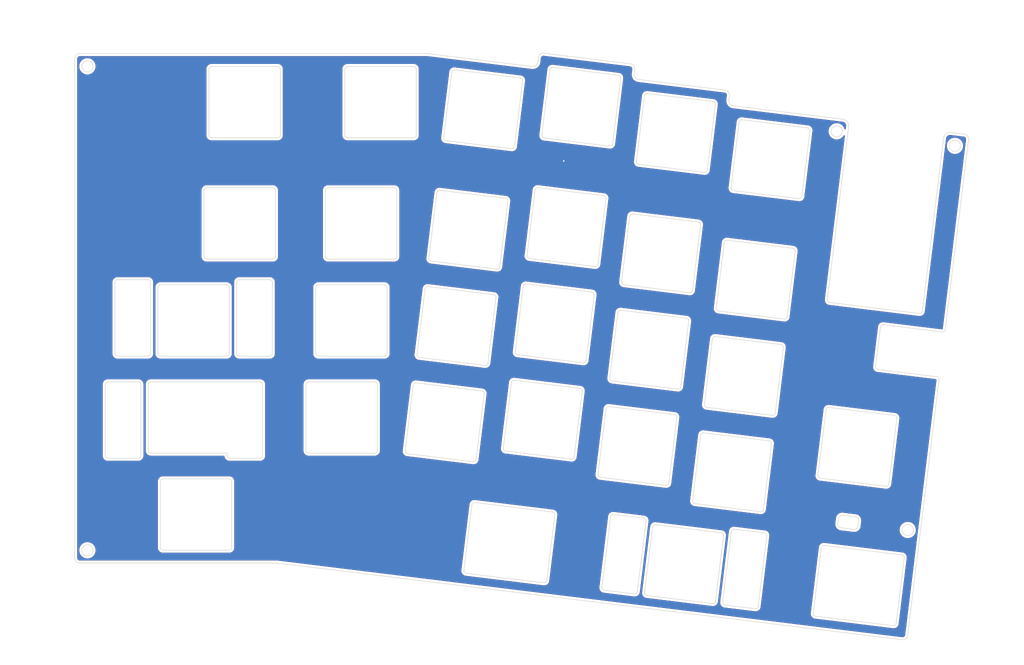
<source format=kicad_pcb>
(kicad_pcb (version 20240108) (generator "pcbnew") (generator_version "8.0")
  (layers (0 "F.Cu" signal) (31 "B.Cu" signal) (34 "B.Paste" user) (35 "F.Paste" user) (36 "B.SilkS" user "B.Silkscreen") (37 "F.SilkS" user "F.Silkscreen") (38 "B.Mask" user) (39 "F.Mask" user) (44 "Edge.Cuts" user))
  (net 0 "")
  (net 1 "GND")
  (gr_circle (center 227.211087 54.244798) (end 228.311088 54.244798) (stroke (width 0.1)) (fill none) (layer "Edge.Cuts"))
  (gr_arc (start 71.352988 95.53208) (mid 70.996926 95.383091) (end 70.852936 95.024979) (stroke (width 0.1)) (layer "Edge.Cuts"))
  (gr_arc (start 102.309186 95.53208) (mid 101.955633 95.385633) (end 101.809187 95.032079) (stroke (width 0.1)) (layer "Edge.Cuts"))
  (gr_line (start 103.714187 62.982079) (end 103.714187 75.982079) (stroke (width 0.1)) (layer "Edge.Cuts"))
  (gr_arc (start 165.159917 41.228139) (mid 164.493766 40.851249) (end 164.289229 40.113708) (stroke (width 0.1)) (layer "Edge.Cuts"))
  (gr_line (start 135.375489 124.564506) (end 135.374357 124.564368) (stroke (width 0.1)) (layer "Edge.Cuts"))
  (gr_line (start 164.289229 40.113708) (end 164.289222 40.113708) (stroke (width 0.1)) (layer "Edge.Cuts"))
  (gr_line (start 145.402949 62.458619) (end 158.303422 64.042598) (stroke (width 0.1)) (layer "Edge.Cuts"))
  (gr_line (start 215.113835 148.460282) (end 212.750433 148.170092) (stroke (width 0.1)) (layer "Edge.Cuts"))
  (gr_line (start 147.129637 139.609035) (end 148.714573 126.700758) (stroke (width 0.1)) (layer "Edge.Cuts"))
  (gr_arc (start 220.802367 86.725903) (mid 220.613923 87.058939) (end 220.245163 87.161219) (stroke (width 0.1)) (layer "Edge.Cuts"))
  (gr_arc (start 131.305852 138.169956) (mid 130.972778 137.981513) (end 130.87051 137.612744) (stroke (width 0.1)) (layer "Edge.Cuts"))
  (gr_line (start 127.339955 53.233531) (end 140.250359 54.818729) (stroke (width 0.1)) (layer "Edge.Cuts"))
  (gr_line (start 191.395151 107.161851) (end 191.39515 107.161869) (stroke (width 0.1)) (layer "Edge.Cuts"))
  (gr_arc (start 184.864636 49.574247) (mid 185.053079 49.241183) (end 185.421845 49.138912) (stroke (width 0.1)) (layer "Edge.Cuts"))
  (gr_arc (start 92.790787 80.53208) (mid 93.141938 80.676059) (end 93.290938 81.025109) (stroke (width 0.1)) (layer "Edge.Cuts"))
  (gr_line (start 86.290937 81.032079) (end 86.290938 95.03898) (stroke (width 0.1)) (layer "Edge.Cuts"))
  (gr_circle (center 217.950538 129.665898) (end 219.050539 129.665899) (stroke (width 0.1)) (fill none) (layer "Edge.Cuts"))
  (gr_line (start 60.509937 115.082079) (end 60.509937 101.082079) (stroke (width 0.1)) (layer "Edge.Cuts"))
  (gr_arc (start 157.610653 119.327757) (mid 157.275898 119.13715) (end 157.176006 118.76511) (stroke (width 0.1)) (layer "Edge.Cuts"))
  (gr_arc (start 144.843098 62.893641) (mid 145.03259 62.559747) (end 145.402949 62.458619) (stroke (width 0.1)) (layer "Edge.Cuts"))
  (gr_line (start 69.447937 100.58208) (end 90.885888 100.58208) (stroke (width 0.1)) (layer "Edge.Cuts"))
  (gr_arc (start 121.524187 52.16958) (mid 121.37774 52.523133) (end 121.024186 52.66958) (stroke (width 0.1)) (layer "Edge.Cuts"))
  (gr_line (start 166.304872 44.416453) (end 164.719573 57.327687) (stroke (width 0.1)) (layer "Edge.Cuts"))
  (gr_arc (start 216.820128 134.564652) (mid 217.155953 134.756673) (end 217.254347 135.130789) (stroke (width 0.1)) (layer "Edge.Cuts"))
  (gr_arc (start 189.630758 125.634439) (mid 189.445752 125.964873) (end 189.082218 126.070938) (stroke (width 0.1)) (layer "Edge.Cuts"))
  (gr_arc (start 68.914888 80.53208) (mid 69.265973 80.676094) (end 69.414938 81.025108) (stroke (width 0.1)) (layer "Edge.Cuts"))
  (gr_line (start 148.302324 38.823288) (end 161.205424 40.407591) (stroke (width 0.1)) (layer "Edge.Cuts"))
  (gr_line (start 94.354187 38.669579) (end 81.354187 38.669579) (stroke (width 0.1)) (layer "Edge.Cuts"))
  (gr_line (start 214.234623 120.645734) (end 215.818915 107.742708) (stroke (width 0.1)) (layer "Edge.Cuts"))
  (gr_arc (start 67.009888 100.582079) (mid 67.365974 100.731093) (end 67.509937 101.08925) (stroke (width 0.1)) (layer "Edge.Cuts"))
  (gr_line (start 113.404188 114.58208) (end 100.404188 114.582079) (stroke (width 0.1)) (layer "Edge.Cuts"))
  (gr_arc (start 223.659584 99.577359) (mid 223.990194 99.762277) (end 224.09637 100.125895) (stroke (width 0.1)) (layer "Edge.Cuts"))
  (gr_arc (start 175.714205 82.660708) (mid 175.525762 82.993759) (end 175.156996 83.096054) (stroke (width 0.1)) (layer "Edge.Cuts"))
  (gr_line (start 86.791088 95.532079) (end 92.790938 95.53208) (stroke (width 0.1)) (layer "Edge.Cuts"))
  (gr_line (start 215.383611 107.185503) (end 202.480477 105.601197) (stroke (width 0.1)) (layer "Edge.Cuts"))
  (gr_line (start 71.352936 81.53208) (end 84.352888 81.532079) (stroke (width 0.1)) (layer "Edge.Cuts"))
  (gr_line (start 91.385937 101.089251) (end 91.385938 115.082079) (stroke (width 0.1)) (layer "Edge.Cuts"))
  (gr_line (start 115.309186 95.532079) (end 102.309186 95.53208) (stroke (width 0.1)) (layer "Edge.Cuts"))
  (gr_arc (start 142.521487 81.801642) (mid 142.708054 81.470034) (end 143.073963 81.365718) (stroke (width 0.1)) (layer "Edge.Cuts"))
  (gr_line (start 184.864636 49.574247) (end 183.279702 62.482505) (stroke (width 0.1)) (layer "Edge.Cuts"))
  (gr_line (start 143.258797 75.796732) (end 144.843098 62.893641) (stroke (width 0.1)) (layer "Edge.Cuts"))
  (gr_arc (start 119.794654 114.684537) (mid 119.461594 114.4961) (end 119.359328 114.127346) (stroke (width 0.1)) (layer "Edge.Cuts"))
  (gr_arc (start 217.930538 150.34255) (mid 217.553651 151.008695) (end 216.816117 151.213231) (stroke (width 0.1)) (layer "Edge.Cuts"))
  (gr_arc (start 201.923268 106.036551) (mid 202.111711 105.703499) (end 202.480477 105.601197) (stroke (width 0.1)) (layer "Edge.Cuts"))
  (gr_arc (start 122.116254 95.77653) (mid 121.783199 95.588096) (end 121.680937 95.219347) (stroke (width 0.1)) (layer "Edge.Cuts"))
  (gr_line (start 164.895709 141.790507) (end 166.601876 127.894871) (stroke (width 0.1)) (layer "Edge.Cuts"))
  (gr_arc (start 94.132186 136.157079) (mid 94.19326 136.158945) (end 94.254105 136.164538) (stroke (width 0.1)) (layer "Edge.Cuts"))
  (gr_line (start 175.156996 83.096054) (end 162.253864 81.511749) (stroke (width 0.1)) (layer "Edge.Cuts"))
  (gr_line (start 217.930538 150.34255) (end 224.09637 100.125895) (stroke (width 0.1)) (layer "Edge.Cuts"))
  (gr_line (start 90.885936 115.582079) (end 84.885987 115.582079) (stroke (width 0.1)) (layer "Edge.Cuts"))
  (gr_line (start 71.329187 133.132079) (end 71.329187 120.132079) (stroke (width 0.1)) (layer "Edge.Cuts"))
  (gr_arc (start 101.809187 82.032079) (mid 101.955634 81.678526) (end 102.309187 81.53208) (stroke (width 0.1)) (layer "Edge.Cuts"))
  (gr_line (start 55.516687 136.157079) (end 94.132186 136.157079) (stroke (width 0.1)) (layer "Edge.Cuts"))
  (gr_line (start 176.17045 124.485571) (end 189.082218 126.070938) (stroke (width 0.1)) (layer "Edge.Cuts"))
  (gr_line (start 84.385937 114.58208) (end 69.447987 114.58208) (stroke (width 0.1)) (layer "Edge.Cuts"))
  (gr_line (start 203.917003 132.980346) (end 214.456604 134.274446) (stroke (width 0.1)) (layer "Edge.Cuts"))
  (gr_line (start 117.714188 75.982079) (end 117.714187 62.982079) (stroke (width 0.1)) (layer "Edge.Cuts"))
  (gr_line (start 133.669318 138.460153) (end 144.208917 139.754254) (stroke (width 0.1)) (layer "Edge.Cuts"))
  (gr_arc (start 79.901687 62.98208) (mid 80.048133 62.628526) (end 80.401686 62.482079) (stroke (width 0.1)) (layer "Edge.Cuts"))
  (gr_line (start 145.915088 125.858607) (end 135.375489 124.564506) (stroke (width 0.1)) (layer "Edge.Cuts"))
  (gr_arc (start 183.715653 63.034557) (mid 183.384184 62.848156) (end 183.279702 62.482505) (stroke (width 0.1)) (layer "Edge.Cuts"))
  (gr_arc (start 84.852937 95.03208) (mid 84.706487 95.385614) (end 84.352937 95.532078) (stroke (width 0.1)) (layer "Edge.Cuts"))
  (gr_arc (start 199.847348 146.585793) (mid 199.512745 146.395402) (end 199.412596 146.02368) (stroke (width 0.1)) (layer "Edge.Cuts"))
  (gr_circle (center 204.011315 51.396224) (end 205.111316 51.396225) (stroke (width 0.1)) (fill none) (layer "Edge.Cuts"))
  (gr_arc (start 166.75835 142.522976) (mid 166.425263 142.334525) (end 166.322992 141.965742) (stroke (width 0.1)) (layer "Edge.Cuts"))
  (gr_line (start 157.176006 118.76511) (end 158.75964 105.867448) (stroke (width 0.1)) (layer "Edge.Cuts"))
  (gr_line (start 183.352087 129.951541) (end 181.645915 143.847183) (stroke (width 0.1)) (layer "Edge.Cuts"))
  (gr_line (start 204.353911 127.418669) (end 204.232058 128.411075) (stroke (width 0.1)) (layer "Edge.Cuts"))
  (gr_line (start 205.26042 49.030821) (end 183.719529 46.385933) (stroke (width 0.1)) (layer "Edge.Cuts"))
  (gr_arc (start 158.303422 64.042598) (mid 158.638094 64.233094) (end 158.73811 64.604969) (stroke (width 0.1)) (layer "Edge.Cuts"))
  (gr_line (start 205.189798 126.765603) (end 205.189804 126.765543) (stroke (width 0.1)) (layer "Edge.Cuts"))
  (gr_line (start 132.692502 116.268193) (end 119.794654 114.684537) (stroke (width 0.1)) (layer "Edge.Cuts"))
  (gr_arc (start 155.981822 82.950603) (mid 156.313202 83.136893) (end 156.417801 83.502374) (stroke (width 0.1)) (layer "Edge.Cuts"))
  (gr_line (start 123.830464 81.881872) (end 136.725524 83.465185) (stroke (width 0.1)) (layer "Edge.Cuts"))
  (gr_arc (start 176.17045 124.485571) (mid 175.838238 124.298234) (end 175.734757 123.931149) (stroke (width 0.1)) (layer "Edge.Cuts"))
  (gr_arc (start 91.385938 115.082079) (mid 91.239488 115.435616) (end 90.885936 115.582079) (stroke (width 0.1)) (layer "Edge.Cuts"))
  (gr_line (start 165.156026 57.876762) (end 178.067258 59.462062) (stroke (width 0.1)) (layer "Edge.Cuts"))
  (gr_line (start 144.210049 139.754392) (end 146.580834 140.045486) (stroke (width 0.1)) (layer "Edge.Cuts"))
  (gr_line (start 158.73811 64.604969) (end 157.154443 77.502911) (stroke (width 0.1)) (layer "Edge.Cuts"))
  (gr_arc (start 202.607646 84.995605) (mid 202.273068 84.80525) (end 202.172869 84.433581) (stroke (width 0.1)) (layer "Edge.Cuts"))
  (gr_arc (start 189.864533 130.247409) (mid 190.195254 130.432867) (end 190.300841 130.79703) (stroke (width 0.1)) (layer "Edge.Cuts"))
  (gr_line (start 181.36762 130.21163) (end 168.464497 128.627327) (stroke (width 0.1)) (layer "Edge.Cuts"))
  (gr_circle (center 57.016687 38.64458) (end 58.116688 38.644579) (stroke (width 0.1)) (fill none) (layer "Edge.Cuts"))
  (gr_line (start 224.738441 90.793142) (end 224.738437 90.793184) (stroke (width 0.1)) (layer "Edge.Cuts"))
  (gr_line (start 161.818557 80.954544) (end 163.402861 68.051438) (stroke (width 0.1)) (layer "Edge.Cuts"))
  (gr_arc (start 180.81365 86.669561) (mid 180.479272 86.47944) (end 180.378841 86.108135) (stroke (width 0.1)) (layer "Edge.Cuts"))
  (gr_arc (start 208.202227 128.898673) (mid 207.922497 129.395911) (end 207.373892 129.55249) (stroke (width 0.1)) (layer "Edge.Cuts"))
  (gr_arc (start 158.383242 141.494641) (mid 158.052684 141.309383) (end 157.946889 140.945528) (stroke (width 0.1)) (layer "Edge.Cuts"))
  (gr_line (start 93.401687 76.482079) (end 80.401687 76.482079) (stroke (width 0.1)) (layer "Edge.Cuts"))
  (gr_arc (start 161.081252 86.959437) (mid 161.273163 86.623694) (end 161.647114 86.525173) (stroke (width 0.1)) (layer "Edge.Cuts"))
  (gr_line (start 81.354188 52.669579) (end 94.354188 52.66958) (stroke (width 0.1)) (layer "Edge.Cuts"))
  (gr_arc (start 157.154443 77.502911) (mid 156.966001 77.835977) (end 156.597236 77.938242) (stroke (width 0.1)) (layer "Edge.Cuts"))
  (gr_line (start 94.254105 136.164538) (end 216.816114 151.213257) (stroke (width 0.1)) (layer "Edge.Cuts"))
  (gr_arc (start 117.214188 62.48208) (mid 117.56774 62.628527) (end 117.714187 62.982079) (stroke (width 0.1)) (layer "Edge.Cuts"))
  (gr_arc (start 153.660209 101.858607) (mid 153.993244 102.047051) (end 154.095523 102.415813) (stroke (width 0.1)) (layer "Edge.Cuts"))
  (gr_arc (start 200.996299 133.125456) (mid 201.184743 132.792416) (end 201.553503 132.690145) (stroke (width 0.1)) (layer "Edge.Cuts"))
  (gr_arc (start 152.51122 115.318921) (mid 152.325995 115.649442) (end 151.962197 115.755256) (stroke (width 0.1)) (layer "Edge.Cuts"))
  (gr_arc (start 147.129637 139.609035) (mid 146.944527 139.939545) (end 146.580834 140.045486) (stroke (width 0.1)) (layer "Edge.Cuts"))
  (gr_arc (start 81.354188 52.669579) (mid 81.000634 52.523133) (end 80.854187 52.169579) (stroke (width 0.1)) (layer "Edge.Cuts"))
  (gr_arc (start 140.199875 100.709653) (mid 140.388318 100.376603) (end 140.757085 100.274302) (stroke (width 0.1)) (layer "Edge.Cuts"))
  (gr_arc (start 141.372628 95.261958) (mid 141.042206 95.076971) (end 140.936117 94.713464) (stroke (width 0.1)) (layer "Edge.Cuts"))
  (gr_line (start 159.654058 127.041751) (end 157.946889 140.945528) (stroke (width 0.1)) (layer "Edge.Cuts"))
  (gr_line (start 159.316847 105.432114) (end 172.219933 107.016415) (stroke (width 0.1)) (layer "Edge.Cuts"))
  (gr_line (start 211.64679 97.596519) (end 212.603231 89.806934) (stroke (width 0.1)) (layer "Edge.Cuts"))
  (gr_line (start 102.309187 81.53208) (end 115.309187 81.532079) (stroke (width 0.1)) (layer "Edge.Cuts"))
  (gr_arc (start 207.671097 127.070208) (mid 208.170704 127.352904) (end 208.324072 127.90609) (stroke (width 0.1)) (layer "Edge.Cuts"))
  (gr_arc (start 103.714187 62.982079) (mid 103.860634 62.628525) (end 104.214188 62.482079) (stroke (width 0.1)) (layer "Edge.Cuts"))
  (gr_arc (start 191.95236 106.726515) (mid 191.763917 107.059585) (end 191.395151 107.161851) (stroke (width 0.1)) (layer "Edge.Cuts"))
  (gr_line (start 215.113839 148.460248) (end 215.113835 148.460282) (stroke (width 0.1)) (layer "Edge.Cuts"))
  (gr_line (start 217.254347 135.130789) (end 215.671158 148.024827) (stroke (width 0.1)) (layer "Edge.Cuts"))
  (gr_arc (start 127.339955 53.233531) (mid 127.006865 53.045053) (end 126.904626 52.676234) (stroke (width 0.1)) (layer "Edge.Cuts"))
  (gr_arc (start 145.485717 36.941007) (mid 145.860316 36.276647) (end 146.594371 36.069617) (stroke (width 0.1)) (layer "Edge.Cuts"))
  (gr_line (start 140.800197 54.382607) (end 142.385358 41.472493) (stroke (width 0.1)) (layer "Edge.Cuts"))
  (gr_line (start 161.647114 86.525173) (end 174.541533 88.108408) (stroke (width 0.1)) (layer "Edge.Cuts"))
  (gr_line (start 67.009937 115.58208) (end 61.009937 115.58208) (stroke (width 0.1)) (layer "Edge.Cuts"))
  (gr_arc (start 55.516687 136.157079) (mid 54.809581 135.864185) (end 54.516688 135.157079) (stroke (width 0.1)) (layer "Edge.Cuts"))
  (gr_line (start 166.75835 142.522976) (end 179.669291 144.108239) (stroke (width 0.1)) (layer "Edge.Cuts"))
  (gr_arc (start 84.885987 115.582079) (mid 84.529926 115.433091) (end 84.385938 115.07498) (stroke (width 0.1)) (layer "Edge.Cuts"))
  (gr_arc (start 86.791088 95.532079) (mid 86.439912 95.388076) (end 86.290938 95.03898) (stroke (width 0.1)) (layer "Edge.Cuts"))
  (gr_arc (start 60.509937 101.082079) (mid 60.656383 100.728525) (end 61.009937 100.582078) (stroke (width 0.1)) (layer "Edge.Cuts"))
  (gr_line (start 115.809187 82.03208) (end 115.809187 95.03208) (stroke (width 0.1)) (layer "Edge.Cuts"))
  (gr_line (start 139.482494 65.114418) (end 137.898182 78.017604) (stroke (width 0.1)) (layer "Edge.Cuts"))
  (gr_arc (start 62.414938 81.03205) (mid 62.561376 80.678518) (end 62.914908 80.532079) (stroke (width 0.1)) (layer "Edge.Cuts"))
  (gr_arc (start 148.278622 126.148812) (mid 148.610054 126.335172) (end 148.714573 126.700758) (stroke (width 0.1)) (layer "Edge.Cuts"))
  (gr_arc (start 139.047125 64.557182) (mid 139.380212 64.745634) (end 139.482485 65.114417) (stroke (width 0.1)) (layer "Edge.Cuts"))
  (gr_line (start 188.593732 144.70031) (end 190.300841 130.79703) (stroke (width 0.1)) (layer "Edge.Cuts"))
  (gr_line (start 202.172869 84.433581) (end 206.348745 50.423813) (stroke (width 0.1)) (layer "Edge.Cuts"))
  (gr_arc (start 107.524186 39.16958) (mid 107.670633 38.816025) (end 108.024188 38.66958) (stroke (width 0.1)) (layer "Edge.Cuts"))
  (gr_arc (start 183.719529 46.385933) (mid 183.050864 46.005714) (end 182.850004 45.263206) (stroke (width 0.1)) (layer "Edge.Cuts"))
  (gr_line (start 189.630758 125.634439) (end 191.215047 112.731435) (stroke (width 0.1)) (layer "Edge.Cuts"))
  (gr_arc (start 121.024188 38.669579) (mid 121.377741 38.816026) (end 121.524187 39.16958) (stroke (width 0.1)) (layer "Edge.Cuts"))
  (gr_arc (start 166.166514 127.337658) (mid 166.499567 127.526102) (end 166.601876 127.894871) (stroke (width 0.1)) (layer "Edge.Cuts"))
  (gr_arc (start 135.576585 96.925503) (mid 135.388142 97.258549) (end 135.019377 97.360834) (stroke (width 0.1)) (layer "Edge.Cuts"))
  (gr_line (start 207.671097 127.070208) (end 205.189804 126.765543) (stroke (width 0.1)) (layer "Edge.Cuts"))
  (gr_arc (start 215.671158 148.024827) (mid 215.4827 148.357984) (end 215.113839 148.460248) (stroke (width 0.1)) (layer "Edge.Cuts"))
  (gr_arc (start 145.381212 37.792145) (mid 145.002249 38.459899) (end 144.26157 38.662144) (stroke (width 0.1)) (layer "Edge.Cuts"))
  (gr_arc (start 166.304872 44.416453) (mid 166.493316 44.083402) (end 166.862083 43.981101) (stroke (width 0.1)) (layer "Edge.Cuts"))
  (gr_line (start 204.232063 128.411077) (end 204.232058 128.411075) (stroke (width 0.1)) (layer "Edge.Cuts"))
  (gr_arc (start 85.329187 133.13208) (mid 85.18274 133.485633) (end 84.829187 133.632079) (stroke (width 0.1)) (layer "Edge.Cuts"))
  (gr_arc (start 84.829187 119.632079) (mid 85.182741 119.778526) (end 85.329187 120.13208) (stroke (width 0.1)) (layer "Edge.Cuts"))
  (gr_line (start 117.214188 62.48208) (end 104.214188 62.482079) (stroke (width 0.1)) (layer "Edge.Cuts"))
  (gr_line (start 126.144135 62.972893) (end 139.047125 64.557182) (stroke (width 0.1)) (layer "Edge.Cuts"))
  (gr_line (start 124.00287 76.308723) (end 125.586837 63.408335) (stroke (width 0.1)) (layer "Edge.Cuts"))
  (gr_arc (start 125.586837 63.408335) (mid 125.775287 63.075193) (end 126.144132 62.97293) (stroke (width 0.1)) (layer "Edge.Cuts"))
  (gr_arc (start 158.75964 105.867448) (mid 158.948083 105.534386) (end 159.316847 105.432114) (stroke (width 0.1)) (layer "Edge.Cuts"))
  (gr_arc (start 197.175983 64.183515) (mid 196.989201 64.515293) (end 196.622962 64.619375) (stroke (width 0.1)) (layer "Edge.Cuts"))
  (gr_arc (start 194.273969 87.818515) (mid 194.085524 88.151593) (end 193.716751 88.253864) (stroke (width 0.1)) (layer "Edge.Cuts"))
  (gr_line (start 141.372628 95.261958) (end 154.275626 96.846246) (stroke (width 0.1)) (layer "Edge.Cuts"))
  (gr_arc (start 69.414937 95.032079) (mid 69.268487 95.385614) (end 68.914938 95.532078) (stroke (width 0.1)) (layer "Edge.Cuts"))
  (gr_line (start 179.76521 45.565405) (end 166.862083 43.981101) (stroke (width 0.1)) (layer "Edge.Cuts"))
  (gr_arc (start 123.26524 82.316235) (mid 123.456895 81.980685) (end 123.830464 81.881872) (stroke (width 0.1)) (layer "Edge.Cuts"))
  (gr_line (start 121.524187 52.16958) (end 121.524187 39.16958) (stroke (width 0.1)) (layer "Edge.Cuts"))
  (gr_line (start 161.640198 40.969361) (end 160.056455 53.867913) (stroke (width 0.1)) (layer "Edge.Cuts"))
  (gr_line (start 180.20219 91.68241) (end 193.101321 93.266223) (stroke (width 0.1)) (layer "Edge.Cuts"))
  (gr_arc (start 124.437856 76.868526) (mid 124.10399 76.67905) (end 124.00287 76.308723) (stroke (width 0.1)) (layer "Edge.Cuts"))
  (gr_arc (start 84.352888 81.532079) (mid 84.708973 81.681094) (end 84.852937 82.03925) (stroke (width 0.1)) (layer "Edge.Cuts"))
  (gr_line (start 152.51122 115.318921) (end 154.095523 102.415813) (stroke (width 0.1)) (layer "Edge.Cuts"))
  (gr_line (start 113.904187 101.08208) (end 113.904187 114.08208) (stroke (width 0.1)) (layer "Edge.Cuts"))
  (gr_arc (start 140.800197 54.382607) (mid 140.614643 54.713342) (end 140.250359 54.818729) (stroke (width 0.1)) (layer "Edge.Cuts"))
  (gr_arc (start 141.94931 40.922197) (mid 142.280181 41.107933) (end 142.385358 41.472493) (stroke (width 0.1)) (layer "Edge.Cuts"))
  (gr_arc (start 183.352087 129.951541) (mid 183.538573 129.619996) (end 183.904359 129.515594) (stroke (width 0.1)) (layer "Edge.Cuts"))
  (gr_arc (start 182.08286 43.306015) (mid 182.745986 43.679051) (end 182.954676 44.41071) (stroke (width 0.1)) (layer "Edge.Cuts"))
  (gr_arc (start 178.492051 105.577569) (mid 178.157741 105.387542) (end 178.057201 105.016375) (stroke (width 0.1)) (layer "Edge.Cuts"))
  (gr_arc (start 100.404188 114.582079) (mid 100.050635 114.435633) (end 99.904188 114.08208) (stroke (width 0.1)) (layer "Edge.Cuts"))
  (gr_arc (start 137.898182 78.017604) (mid 137.707514 78.352339) (end 137.335451 78.452152) (stroke (width 0.1)) (layer "Edge.Cuts"))
  (gr_arc (start 159.932265 100.419751) (mid 159.59923 100.231308) (end 159.496948 99.862547) (stroke (width 0.1)) (layer "Edge.Cuts"))
  (gr_line (start 137.160885 84.022417) (end 135.576585 96.925503) (stroke (width 0.1)) (layer "Edge.Cuts"))
  (gr_arc (start 94.354187 38.669579) (mid 94.70774 38.816025) (end 94.854187 39.169578) (stroke (width 0.1)) (layer "Edge.Cuts"))
  (gr_arc (start 117.714188 75.982079) (mid 117.567741 76.335633) (end 117.214187 76.482079) (stroke (width 0.1)) (layer "Edge.Cuts"))
  (gr_arc (start 171.070985 120.476716) (mid 170.880907 120.81107) (end 170.509659 120.911557) (stroke (width 0.1)) (layer "Edge.Cuts"))
  (gr_arc (start 179.641015 92.117244) (mid 179.831036 91.782946) (end 180.20219 91.68241) (stroke (width 0.1)) (layer "Edge.Cuts"))
  (gr_line (start 84.829187 133.632079) (end 71.829187 133.63208) (stroke (width 0.1)) (layer "Edge.Cuts"))
  (gr_line (start 146.160811 52.161725) (end 147.745111 39.258644) (stroke (width 0.1)) (layer "Edge.Cuts"))
  (gr_arc (start 164.895709 141.790507) (mid 164.707266 142.12356) (end 164.3385 142.225855) (stroke (width 0.1)) (layer "Edge.Cuts"))
  (gr_line (start 208.324072 127.90609) (end 208.324101 127.906095) (stroke (width 0.1)) (layer "Edge.Cuts"))
  (gr_arc (start 80.401687 76.482079) (mid 80.048134 76.335633) (end 79.901687 75.98208) (stroke (width 0.1)) (layer "Edge.Cuts"))
  (gr_line (start 70.852936 95.024979) (end 70.852937 82.032079) (stroke (width 0.1)) (layer "Edge.Cuts"))
  (gr_line (start 93.901687 62.982079) (end 93.901687 75.982079) (stroke (width 0.1)) (layer "Edge.Cuts"))
  (gr_line (start 191.39515 107.161869) (end 178.492051 105.577569) (stroke (width 0.1)) (layer "Edge.Cuts"))
  (gr_line (start 204.885083 129.246903) (end 207.373892 129.55249) (stroke (width 0.1)) (layer "Edge.Cuts"))
  (gr_line (start 200.774427 119.496859) (end 213.685417 121.08213) (stroke (width 0.1)) (layer "Edge.Cuts"))
  (gr_arc (start 123.696487 36.144579) (mid 123.757561 36.146445) (end 123.818406 36.152038) (stroke (width 0.1)) (layer "Edge.Cuts"))
  (gr_arc (start 204.353911 127.418669) (mid 204.636578 126.918998) (end 205.189798 126.765603) (stroke (width 0.1)) (layer "Edge.Cuts"))
  (gr_line (start 224.978822 52.711421) (end 220.802367 86.725903) (stroke (width 0.1)) (layer "Edge.Cuts"))
  (gr_line (start 159.496948 99.862547) (end 161.081252 86.959437) (stroke (width 0.1)) (layer "Edge.Cuts"))
  (gr_line (start 62.414938 81.03205) (end 62.414938 95.038979) (stroke (width 0.1)) (layer "Edge.Cuts"))
  (gr_line (start 155.981822 82.950603) (end 143.073963 81.365718) (stroke (width 0.1)) (layer "Edge.Cuts"))
  (gr_line (start 142.521487 81.801642) (end 140.936117 94.713464) (stroke (width 0.1)) (layer "Edge.Cuts"))
  (gr_arc (start 178.616228 59.025634) (mid 178.431052 59.356194) (end 178.067258 59.462062) (stroke (width 0.1)) (layer "Edge.Cuts"))
  (gr_arc (start 93.901687 75.982079) (mid 93.755241 76.335633) (end 93.401687 76.482079) (stroke (width 0.1)) (layer "Edge.Cuts"))
  (gr_line (start 180.218635 143.671923) (end 181.802938 130.768811) (stroke (width 0.1)) (layer "Edge.Cuts"))
  (gr_line (start 163.967809 67.617056) (end 176.863134 69.200404) (stroke (width 0.1)) (layer "Edge.Cuts"))
  (gr_line (start 135.019377 97.360834) (end 122.116254 95.77653) (stroke (width 0.1)) (layer "Edge.Cuts"))
  (gr_line (start 67.509937 101.08925) (end 67.509937 115.08208) (stroke (width 0.1)) (layer "Edge.Cuts"))
  (gr_arc (start 71.329187 120.132079) (mid 71.475634 119.778526) (end 71.829187 119.632079) (stroke (width 0.1)) (layer "Edge.Cuts"))
  (gr_line (start 214.456604 134.274446) (end 214.457372 134.274542) (stroke (width 0.1)) (layer "Edge.Cuts"))
  (gr_arc (start 68.947937 101.08208) (mid 69.094386 100.728544) (end 69.447937 100.58208) (stroke (width 0.1)) (layer "Edge.Cuts"))
  (gr_line (start 84.352937 95.532078) (end 71.352988 95.53208) (stroke (width 0.1)) (layer "Edge.Cuts"))
  (gr_line (start 193.716751 88.253864) (end 180.81365 86.669561) (stroke (width 0.1)) (layer "Edge.Cuts"))
  (gr_arc (start 134.403924 102.373193) (mid 134.737004 102.561641) (end 134.839275 102.930416) (stroke (width 0.1)) (layer "Edge.Cuts"))
  (gr_arc (start 225.29574 90.35781) (mid 225.107262 90.690903) (end 224.738441 90.793142) (stroke (width 0.1)) (layer "Edge.Cuts"))
  (gr_line (start 229.004556 51.946234) (end 226.359469 51.621458) (stroke (width 0.1)) (layer "Edge.Cuts"))
  (gr_line (start 92.790787 80.53208) (end 86.790938 80.532079) (stroke (width 0.1)) (layer "Edge.Cuts"))
  (gr_line (start 202.210065 146.875897) (end 199.847348 146.585793) (stroke (width 0.1)) (layer "Edge.Cuts"))
  (gr_line (start 108.024187 52.669579) (end 121.024186 52.66958) (stroke (width 0.1)) (layer "Edge.Cuts"))
  (gr_arc (start 212.603231 89.806934) (mid 212.795082 89.47123) (end 213.168946 89.372627) (stroke (width 0.1)) (layer "Edge.Cuts"))
  (gr_arc (start 54.516688 37.14458) (mid 54.809581 36.437474) (end 55.516688 36.144579) (stroke (width 0.1)) (layer "Edge.Cuts"))
  (gr_arc (start 69.447987 114.58208) (mid 69.091926 114.433091) (end 68.947938 114.074979) (stroke (width 0.1)) (layer "Edge.Cuts"))
  (gr_line (start 126.144132 62.97293) (end 126.144135 62.972893) (stroke (width 0.1)) (layer "Edge.Cuts"))
  (gr_arc (start 70.852937 82.032079) (mid 70.999387 81.678544) (end 71.352936 81.53208) (stroke (width 0.1)) (layer "Edge.Cuts"))
  (gr_line (start 121.024188 38.669579) (end 108.024188 38.66958) (stroke (width 0.1)) (layer "Edge.Cuts"))
  (gr_arc (start 154.832833 96.41091) (mid 154.64439 96.743971) (end 154.275626 96.846246) (stroke (width 0.1)) (layer "Edge.Cuts"))
  (gr_line (start 84.385938 115.07498) (end 84.385937 114.58208) (stroke (width 0.1)) (layer "Edge.Cuts"))
  (gr_arc (start 205.26042 49.030821) (mid 206.093081 49.501917) (end 206.348745 50.423813) (stroke (width 0.1)) (layer "Edge.Cuts"))
  (gr_line (start 62.914987 95.532078) (end 68.914938 95.532078) (stroke (width 0.1)) (layer "Edge.Cuts"))
  (gr_line (start 69.414937 95.032079) (end 69.414938 81.025108) (stroke (width 0.1)) (layer "Edge.Cuts"))
  (gr_line (start 101.809187 95.032079) (end 101.809187 82.032079) (stroke (width 0.1)) (layer "Edge.Cuts"))
  (gr_line (start 201.553503 132.690145) (end 203.917003 132.980346) (stroke (width 0.1)) (layer "Edge.Cuts"))
  (gr_arc (start 190.77972 112.174226) (mid 191.112785 112.36267) (end 191.215047 112.731435) (stroke (width 0.1)) (layer "Edge.Cuts"))
  (gr_arc (start 108.024187 52.669579) (mid 107.670635 52.523132) (end 107.524188 52.16958) (stroke (width 0.1)) (layer "Edge.Cuts"))
  (gr_line (start 208.202227 128.898673) (end 208.324101 127.906095) (stroke (width 0.1)) (layer "Edge.Cuts"))
  (gr_line (start 145.485717 36.941007) (end 145.381212 37.792145) (stroke (width 0.1)) (layer "Edge.Cuts"))
  (gr_line (start 135.374357 124.564368) (end 133.011988 124.274306) (stroke (width 0.1)) (layer "Edge.Cuts"))
  (gr_line (start 126.904626 52.676234) (end 126.904575 52.676227) (stroke (width 0.1)) (layer "Edge.Cuts"))
  (gr_arc (start 93.290938 95.032079) (mid 93.144489 95.385616) (end 92.790938 95.53208) (stroke (width 0.1)) (layer "Edge.Cuts"))
  (gr_line (start 100.404188 100.58208) (end 113.404188 100.582079) (stroke (width 0.1)) (layer "Edge.Cuts"))
  (gr_arc (start 182.081261 144.404393) (mid 181.74821 144.21595) (end 181.645915 143.847183) (stroke (width 0.1)) (layer "Edge.Cuts"))
  (gr_line (start 99.904188 114.08208) (end 99.904187 101.08208) (stroke (width 0.1)) (layer "Edge.Cuts"))
  (gr_arc (start 179.76521 45.565405) (mid 180.098245 45.75385) (end 180.20052 46.122611) (stroke (width 0.1)) (layer "Edge.Cuts"))
  (gr_arc (start 174.541533 88.108408) (mid 174.877302 88.300333) (end 174.975829 88.674312) (stroke (width 0.1)) (layer "Edge.Cuts"))
  (gr_arc (start 224.978822 52.711421) (mid 225.445018 51.882532) (end 226.359469 51.621458) (stroke (width 0.1)) (layer "Edge.Cuts"))
  (gr_line (start 156.597236 77.938242) (end 143.694155 76.353942) (stroke (width 0.1)) (layer "Edge.Cuts"))
  (gr_arc (start 214.234623 120.645734) (mid 214.049354 120.976366) (end 213.685417 121.08213) (stroke (width 0.1)) (layer "Edge.Cuts"))
  (gr_line (start 178.616228 59.025634) (end 180.20052 46.122611) (stroke (width 0.1)) (layer "Edge.Cuts"))
  (gr_line (start 68.947938 114.074979) (end 68.947937 101.08208) (stroke (width 0.1)) (layer "Edge.Cuts"))
  (gr_line (start 164.289222 40.113708) (end 164.393722 39.262611) (stroke (width 0.1)) (layer "Edge.Cuts"))
  (gr_line (start 214.457372 134.274542) (end 216.820128 134.564652) (stroke (width 0.1)) (layer "Edge.Cuts"))
  (gr_arc (start 160.056455 53.867913) (mid 159.866768 54.201952) (end 159.496116 54.302853) (stroke (width 0.1)) (layer "Edge.Cuts"))
  (gr_line (start 167.907291 129.062654) (end 166.322992 141.965742) (stroke (width 0.1)) (layer "Edge.Cuts"))
  (gr_line (start 174.975829 88.674312) (end 173.392597 101.568706) (stroke (width 0.1)) (layer "Edge.Cuts"))
  (gr_line (start 119.359328 114.127346) (end 120.943631 101.224234) (stroke (width 0.1)) (layer "Edge.Cuts"))
  (gr_arc (start 146.596154 52.718936) (mid 146.263088 52.530492) (end 146.160811 52.161725) (stroke (width 0.1)) (layer "Edge.Cuts"))
  (gr_arc (start 115.309187 81.532079) (mid 115.662741 81.678526) (end 115.809187 82.03208) (stroke (width 0.1)) (layer "Edge.Cuts"))
  (gr_line (start 201.923268 106.036551) (end 200.338028 118.947293) (stroke (width 0.1)) (layer "Edge.Cuts"))
  (gr_line (start 93.290938 95.032079) (end 93.290938 81.025109) (stroke (width 0.1)) (layer "Edge.Cuts"))
  (gr_line (start 107.524186 39.16958) (end 107.524188 52.16958) (stroke (width 0.1)) (layer "Edge.Cuts"))
  (gr_arc (start 80.854187 39.169579) (mid 81.000634 38.816026) (end 81.354187 38.669579) (stroke (width 0.1)) (layer "Edge.Cuts"))
  (gr_arc (start 159.654058 127.041751) (mid 159.842501 126.708697) (end 160.211261 126.606446) (stroke (width 0.1)) (layer "Edge.Cuts"))
  (gr_line (start 71.829187 119.632079) (end 84.829187 119.632079) (stroke (width 0.1)) (layer "Edge.Cuts"))
  (gr_arc (start 71.829187 133.63208) (mid 71.475632 133.485633) (end 71.329187 133.132079) (stroke (width 0.1)) (layer "Edge.Cuts"))
  (gr_line (start 123.696487 36.144579) (end 55.516688 36.144579) (stroke (width 0.1)) (layer "Edge.Cuts"))
  (gr_arc (start 86.290937 81.032079) (mid 86.437387 80.678543) (end 86.790938 80.532079) (stroke (width 0.1)) (layer "Edge.Cuts"))
  (gr_line (start 80.401686 62.482079) (end 93.401686 62.48208) (stroke (width 0.1)) (layer "Edge.Cuts"))
  (gr_arc (start 67.509937 115.08208) (mid 67.363487 115.435615) (end 67.009937 115.58208) (stroke (width 0.1)) (layer "Edge.Cuts"))
  (gr_arc (start 143.694155 76.353942) (mid 143.361087 76.1655) (end 143.258797 75.796732) (stroke (width 0.1)) (layer "Edge.Cuts"))
  (gr_line (start 199.412596 146.02368) (end 200.996299 133.125456) (stroke (width 0.1)) (layer "Edge.Cuts"))
  (gr_arc (start 181.962624 73.209247) (mid 182.151063 72.876182) (end 182.519822 72.773915) (stroke (width 0.1)) (layer "Edge.Cuts"))
  (gr_line (start 139.482485 65.114417) (end 139.482494 65.114418) (stroke (width 0.1)) (layer "Edge.Cuts"))
  (gr_line (start 121.509854 100.789999) (end 134.403924 102.373193) (stroke (width 0.1)) (layer "Edge.Cuts"))
  (gr_arc (start 139.050941 114.169952) (mid 138.720449 113.984783) (end 138.614554 113.621063) (stroke (width 0.1)) (layer "Edge.Cuts"))
  (gr_arc (start 172.219933 107.016415) (mid 172.555783 107.20845) (end 172.654183 107.582593) (stroke (width 0.1)) (layer "Edge.Cuts"))
  (gr_line (start 128.488862 39.773238) (end 126.904575 52.676227) (stroke (width 0.1)) (layer "Edge.Cuts"))
  (gr_arc (start 99.904187 101.08208) (mid 100.050634 100.728526) (end 100.404188 100.58208) (stroke (width 0.1)) (layer "Edge.Cuts"))
  (gr_line (start 140.199875 100.709653) (end 138.614554 113.621063) (stroke (width 0.1)) (layer "Edge.Cuts"))
  (gr_arc (start 165.156026 57.876762) (mid 164.825421 57.691546) (end 164.719573 57.327687) (stroke (width 0.1)) (layer "Edge.Cuts"))
  (gr_arc (start 132.454779 124.709652) (mid 132.643222 124.376605) (end 133.011988 124.274306) (stroke (width 0.1)) (layer "Edge.Cuts"))
  (gr_line (start 154.832833 96.41091) (end 156.417801 83.502374) (stroke (width 0.1)) (layer "Edge.Cuts"))
  (gr_line (start 148.302323 38.823303) (end 148.302324 38.823288) (stroke (width 0.1)) (layer "Edge.Cuts"))
  (gr_line (start 153.660209 101.858607) (end 140.757085 100.274302) (stroke (width 0.1)) (layer "Edge.Cuts"))
  (gr_line (start 223.659584 99.577359) (end 212.081404 98.161975) (stroke (width 0.1)) (layer "Edge.Cuts"))
  (gr_line (start 198.324921 50.723212) (end 185.421845 49.138912) (stroke (width 0.1)) (layer "Edge.Cuts"))
  (gr_arc (start 181.36762 130.21163) (mid 181.700673 130.400064) (end 181.802938 130.768811) (stroke (width 0.1)) (layer "Edge.Cuts"))
  (gr_arc (start 128.488862 39.773238) (mid 128.675171 39.441825) (end 129.040688 39.337217) (stroke (width 0.1)) (layer "Edge.Cuts"))
  (gr_arc (start 61.009937 115.58208) (mid 60.656383 115.435633) (end 60.509937 115.082079) (stroke (width 0.1)) (layer "Edge.Cuts"))
  (gr_line (start 225.29574 90.35781) (end 229.875258 53.060652) (stroke (width 0.1)) (layer "Edge.Cuts"))
  (gr_arc (start 212.081404 98.161975) (mid 211.745604 97.970314) (end 211.64679 97.596519) (stroke (width 0.1)) (layer "Edge.Cuts"))
  (gr_line (start 166.166514 127.337658) (end 160.211261 126.606446) (stroke (width 0.1)) (layer "Edge.Cuts"))
  (gr_line (start 80.854187 39.169579) (end 80.854187 52.169579) (stroke (width 0.1)) (layer "Edge.Cuts"))
  (gr_arc (start 147.745111 39.258644) (mid 147.933555 38.925571) (end 148.302323 38.823303) (stroke (width 0.1)) (layer "Edge.Cuts"))
  (gr_line (start 79.901687 75.98208) (end 79.901687 62.98208) (stroke (width 0.1)) (layer "Edge.Cuts"))
  (gr_line (start 104.214187 76.482079) (end 117.214187 76.482079) (stroke (width 0.1)) (layer "Edge.Cuts"))
  (gr_arc (start 176.863134 69.200404) (mid 177.198798 69.392191) (end 177.297482 69.765963) (stroke (width 0.1)) (layer "Edge.Cuts"))
  (gr_line (start 144.26157 38.662144) (end 123.818406 36.152038) (stroke (width 0.1)) (layer "Edge.Cuts"))
  (gr_circle (center 57.016687 133.657079) (end 58.116687 133.65708) (stroke (width 0.1)) (fill none) (layer "Edge.Cuts"))
  (gr_line (start 177.319403 111.025243) (end 175.734757 123.931149) (stroke (width 0.1)) (layer "Edge.Cuts"))
  (gr_arc (start 215.383611 107.185503) (mid 215.716646 107.373948) (end 215.818915 107.742708) (stroke (width 0.1)) (layer "Edge.Cuts"))
  (gr_line (start 85.329187 120.13208) (end 85.329187 133.13208) (stroke (width 0.1)) (layer "Edge.Cuts"))
  (gr_line (start 148.278622 126.148812) (end 145.915088 125.858607) (stroke (width 0.1)) (layer "Edge.Cuts"))
  (gr_line (start 172.835386 102.004057) (end 159.932265 100.419751) (stroke (width 0.1)) (layer "Edge.Cuts"))
  (gr_arc (start 115.809187 95.03208) (mid 115.66274 95.385633) (end 115.309186 95.532079) (stroke (width 0.1)) (layer "Edge.Cuts"))
  (gr_line (start 182.081261 144.404393) (end 188.040401 145.136082) (stroke (width 0.1)) (layer "Edge.Cuts"))
  (gr_line (start 216.816117 151.213231) (end 216.816114 151.213257) (stroke (width 0.1)) (layer "Edge.Cuts"))
  (gr_arc (start 163.402861 68.051438) (mid 163.594406 67.715978) (end 163.967809 67.617056) (stroke (width 0.1)) (layer "Edge.Cuts"))
  (gr_arc (start 161.205424 40.407591) (mid 161.539911 40.597847) (end 161.640198 40.969361) (stroke (width 0.1)) (layer "Edge.Cuts"))
  (gr_arc (start 167.907291 129.062654) (mid 168.095735 128.729612) (end 168.464497 128.627327) (stroke (width 0.1)) (layer "Edge.Cuts"))
  (gr_line (start 121.680937 95.219347) (end 123.26524 82.316235) (stroke (width 0.1)) (layer "Edge.Cuts"))
  (gr_arc (start 195.42292 74.358217) (mid 195.755987 74.546659) (end 195.858269 74.915425) (stroke (width 0.1)) (layer "Edge.Cuts"))
  (gr_line (start 130.87051 137.612744) (end 130.870478 137.61274) (stroke (width 0.1)) (layer "Edge.Cuts"))
  (gr_arc (start 200.774427 119.496859) (mid 200.443669 119.31145) (end 200.338028 118.947293) (stroke (width 0.1)) (layer "Edge.Cuts"))
  (gr_arc (start 188.593732 144.70031) (mid 188.406824 145.032168) (end 188.040401 145.136082) (stroke (width 0.1)) (layer "Edge.Cuts"))
  (gr_arc (start 104.214187 76.482079) (mid 103.860634 76.335632) (end 103.714187 75.982079) (stroke (width 0.1)) (layer "Edge.Cuts"))
  (gr_line (start 61.009937 100.582078) (end 67.009888 100.582079) (stroke (width 0.1)) (layer "Edge.Cuts"))
  (gr_line (start 84.852937 82.03925) (end 84.852937 95.03208) (stroke (width 0.1)) (layer "Edge.Cuts"))
  (gr_line (start 54.516688 37.14458) (end 54.516688 135.157079) (stroke (width 0.1)) (layer "Edge.Cuts"))
  (gr_arc (start 204.885083 129.246903) (mid 204.385468 128.964235) (end 204.232063 128.411077) (stroke (width 0.1)) (layer "Edge.Cuts"))
  (gr_line (start 163.523049 38.148196) (end 146.594371 36.069617) (stroke (width 0.1)) (layer "Edge.Cuts"))
  (gr_line (start 141.94931 40.922197) (end 129.040688 39.337217) (stroke (width 0.1)) (layer "Edge.Cuts"))
  (gr_line (start 180.378841 86.108135) (end 181.962624 73.209247) (stroke (width 0.1)) (layer "Edge.Cuts"))
  (gr_line (start 158.383242 141.494641) (end 164.3385 142.225855) (stroke (width 0.1)) (layer "Edge.Cuts"))
  (gr_arc (start 229.004556 51.946234) (mid 229.670697 52.323118) (end 229.875258 53.060652) (stroke (width 0.1)) (layer "Edge.Cuts"))
  (gr_line (start 177.297482 69.765963) (end 175.714205 82.660708) (stroke (width 0.1)) (layer "Edge.Cuts"))
  (gr_arc (start 180.218635 143.671923) (mid 180.033285 144.002549) (end 179.669291 144.108239) (stroke (width 0.1)) (layer "Edge.Cuts"))
  (gr_line (start 212.750433 148.170092) (end 202.210834 146.875993) (stroke (width 0.1)) (layer "Edge.Cuts"))
  (gr_arc (start 193.101321 93.266223) (mid 193.434385 93.454667) (end 193.536658 93.823432) (stroke (width 0.1)) (layer "Edge.Cuts"))
  (gr_arc (start 113.904187 114.08208) (mid 113.75774 114.435632) (end 113.404188 114.58208) (stroke (width 0.1)) (layer "Edge.Cuts"))
  (gr_line (start 94.854186 52.169579) (end 94.854187 39.169578) (stroke (width 0.1)) (layer "Edge.Cuts"))
  (gr_line (start 68.914888 80.53208) (end 62.914908 80.532079) (stroke (width 0.1)) (layer "Edge.Cuts"))
  (gr_arc (start 162.253864 81.511749) (mid 161.920831 81.323304) (end 161.818557 80.954544) (stroke (width 0.1)) (layer "Edge.Cuts"))
  (gr_line (start 178.057201 105.016375) (end 179.641015 92.117244) (stroke (width 0.1)) (layer "Edge.Cuts"))
  (gr_line (start 195.858269 74.915425) (end 194.273969 87.818515) (stroke (width 0.1)) (layer "Edge.Cuts"))
  (gr_line (start 182.08286 43.306015) (end 165.159917 41.228139) (stroke (width 0.1)) (layer "Edge.Cuts"))
  (gr_line (start 131.305852 138.169956) (end 133.669318 138.460153) (stroke (width 0.1)) (layer "Edge.Cuts"))
  (gr_line (start 182.519822 72.773915) (end 195.42292 74.358217) (stroke (width 0.1)) (layer "Edge.Cuts"))
  (gr_arc (start 173.392597 101.568706) (mid 173.204153 101.901754) (end 172.835386 102.004057) (stroke (width 0.1)) (layer "Edge.Cuts"))
  (gr_line (start 170.509659 120.911557) (end 157.610653 119.327757) (stroke (width 0.1)) (layer "Edge.Cuts"))
  (gr_line (start 172.654183 107.582593) (end 171.070985 120.476716) (stroke (width 0.1)) (layer "Edge.Cuts"))
  (gr_arc (start 113.404188 100.582079) (mid 113.757741 100.728526) (end 113.904187 101.08208) (stroke (width 0.1)) (layer "Edge.Cuts"))
  (gr_line (start 202.210834 146.875993) (end 202.210065 146.875897) (stroke (width 0.1)) (layer "Edge.Cuts"))
  (gr_line (start 213.168946 89.372627) (end 224.738437 90.793184) (stroke (width 0.1)) (layer "Edge.Cuts"))
  (gr_line (start 137.335451 78.452152) (end 124.437856 76.868526) (stroke (width 0.1)) (layer "Edge.Cuts"))
  (gr_line (start 193.536658 93.823432) (end 191.95236 106.726515) (stroke (width 0.1)) (layer "Edge.Cuts"))
  (gr_arc (start 136.725524 83.465185) (mid 137.05861 83.653635) (end 137.160885 84.022417) (stroke (width 0.1)) (layer "Edge.Cuts"))
  (gr_arc (start 163.523049 38.148196) (mid 164.189168 38.525082) (end 164.393722 39.262611) (stroke (width 0.1)) (layer "Edge.Cuts"))
  (gr_arc (start 133.254974 115.833515) (mid 133.064438 116.168219) (end 132.692502 116.268193) (stroke (width 0.1)) (layer "Edge.Cuts"))
  (gr_arc (start 90.885888 100.58208) (mid 91.241973 100.731095) (end 91.385937 101.089251) (stroke (width 0.1)) (layer "Edge.Cuts"))
  (gr_arc (start 120.943631 101.224234) (mid 121.135685 100.888372) (end 121.509854 100.789999) (stroke (width 0.1)) (layer "Edge.Cuts"))
  (gr_line (start 144.208917 139.754254) (end 144.210049 139.754392) (stroke (width 0.1)) (layer "Edge.Cuts"))
  (gr_line (start 220.245163 87.161219) (end 202.607646 84.995605) (stroke (width 0.1)) (layer "Edge.Cuts"))
  (gr_arc (start 198.324921 50.723212) (mid 198.657989 50.911654) (end 198.760284 51.280422) (stroke (width 0.1)) (layer "Edge.Cuts"))
  (gr_line (start 183.715653 63.034557) (end 196.622962 64.619375) (stroke (width 0.1)) (layer "Edge.Cuts"))
  (gr_line (start 132.454779 124.709652) (end 130.870478 137.61274) (stroke (width 0.1)) (layer "Edge.Cuts"))
  (gr_line (start 134.839275 102.930416) (end 133.254974 115.833515) (stroke (width 0.1)) (layer "Edge.Cuts"))
  (gr_arc (start 93.401686 62.48208) (mid 93.755239 62.628526) (end 93.901687 62.982079) (stroke (width 0.1)) (layer "Edge.Cuts"))
  (gr_arc (start 62.914987 95.532078) (mid 62.563877 95.388039) (end 62.414938 95.038979) (stroke (width 0.1)) (layer "Edge.Cuts"))
  (gr_line (start 190.77972 112.174226) (end 177.871006 110.589238) (stroke (width 0.1)) (layer "Edge.Cuts"))
  (gr_line (start 197.175983 64.183515) (end 198.760284 51.280422) (stroke (width 0.1)) (layer "Edge.Cuts"))
  (gr_line (start 159.496116 54.302853) (end 146.596154 52.718936) (stroke (width 0.1)) (layer "Edge.Cuts"))
  (gr_arc (start 94.854186 52.169579) (mid 94.70774 52.523132) (end 94.354188 52.66958) (stroke (width 0.1)) (layer "Edge.Cuts"))
  (gr_line (start 182.850004 45.263206) (end 182.954676 44.41071) (stroke (width 0.1)) (layer "Edge.Cuts"))
  (gr_line (start 139.050941 114.169952) (end 151.962197 115.755256) (stroke (width 0.1)) (layer "Edge.Cuts"))
  (gr_line (start 189.864533 130.247409) (end 183.904359 129.515594) (stroke (width 0.1)) (layer "Edge.Cuts"))
  (gr_arc (start 177.319403 111.025243) (mid 177.505626 110.693912) (end 177.871006 110.589238) (stroke (width 0.1)) (layer "Edge.Cuts"))
  (via (at 150.465382 57.216794) (size 0.6) (drill 0.3) (layers "F.Cu" "B.Cu") (net 1))
  (zone (net 1) (net_name "GND") (layers "F&B.Cu") (connect_pads (clearance 0.5)) (min_thickness 0.25) (fill yes (thermal_gap 0.5) (thermal_bridge_width 0.5) (island_removal_mode 1) (island_area_min 10))
    (polygon (pts (xy 39.865384 25.616794) (xy 240.765383 25.616793) (xy 240.765384 156.216793) (xy 44.065384 156.216794) (xy 39.865384 152.016794)))
  )
)
</source>
